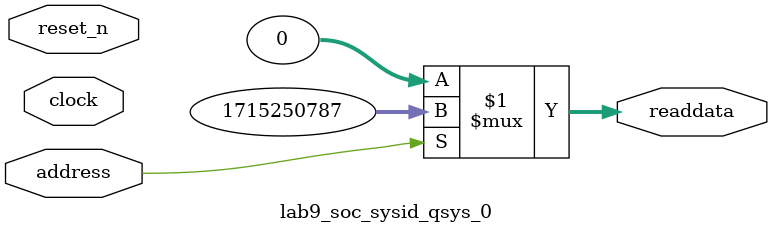
<source format=v>



// synthesis translate_off
`timescale 1ns / 1ps
// synthesis translate_on

// turn off superfluous verilog processor warnings 
// altera message_level Level1 
// altera message_off 10034 10035 10036 10037 10230 10240 10030 

module lab9_soc_sysid_qsys_0 (
               // inputs:
                address,
                clock,
                reset_n,

               // outputs:
                readdata
             )
;

  output  [ 31: 0] readdata;
  input            address;
  input            clock;
  input            reset_n;

  wire    [ 31: 0] readdata;
  //control_slave, which is an e_avalon_slave
  assign readdata = address ? 1715250787 : 0;

endmodule



</source>
